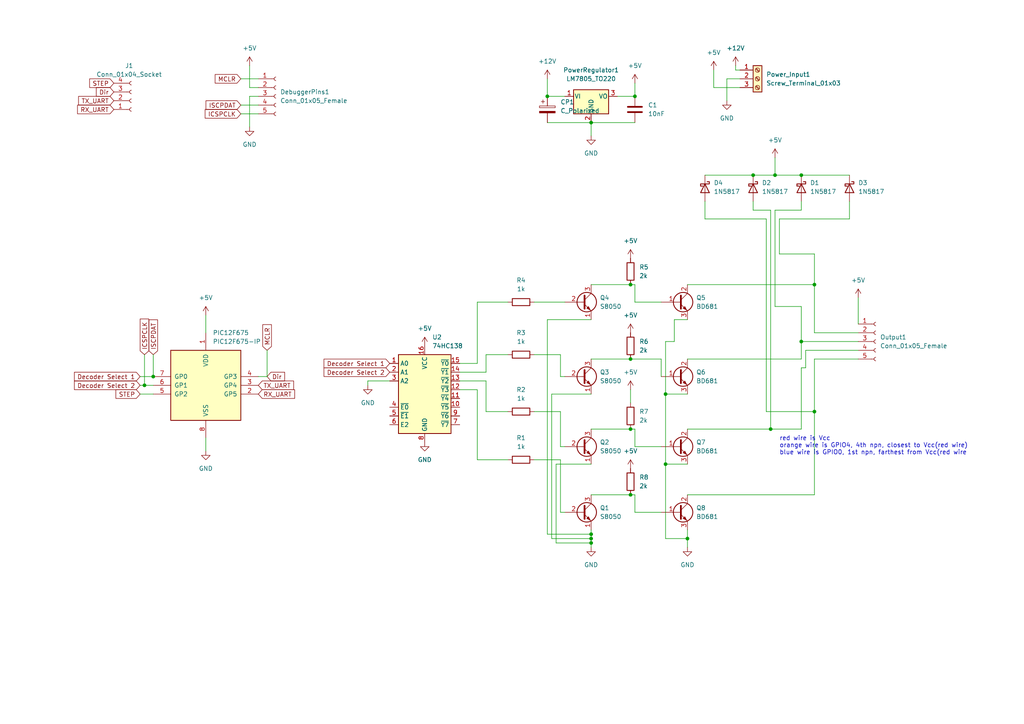
<source format=kicad_sch>
(kicad_sch (version 20230121) (generator eeschema)
  (paper "A4")
  (lib_symbols
    (symbol "74xx:74HC138"
      (property "Reference" "U" (at -7.62 13.97 0))
      (property "Value" "74HC138" (at 2.54 -11.43 0))
      (symbol "74HC138_0_1"
        (rectangle (start -7.62 12.7) (end 7.62 -10.16) (stroke (width 0.254)) (fill (type background)))
      )
      (symbol "74HC138_1_1"
        (pin input line (at -10.16 10.16 0) (length 2.54) (name "A0") (number "1"))
        (pin output line (at 10.16 -2.54 180) (length 2.54) (name "~{Y5}") (number "10"))
        (pin output line (at 10.16 0 180) (length 2.54) (name "~{Y4}") (number "11"))
        (pin output line (at 10.16 2.54 180) (length 2.54) (name "~{Y3}") (number "12"))
        (pin output line (at 10.16 5.08 180) (length 2.54) (name "~{Y2}") (number "13"))
        (pin output line (at 10.16 7.62 180) (length 2.54) (name "~{Y1}") (number "14"))
        (pin output line (at 10.16 10.16 180) (length 2.54) (name "~{Y0}") (number "15"))
        (pin power_in line (at 0 15.24 270) (length 2.54) (name "VCC") (number "16"))
        (pin input line (at -10.16 7.62 0) (length 2.54) (name "A1") (number "2"))
        (pin input line (at -10.16 5.08 0) (length 2.54) (name "A2") (number "3"))
        (pin input line (at -10.16 -2.54 0) (length 2.54) (name "~{E0}") (number "4"))
        (pin input line (at -10.16 -5.08 0) (length 2.54) (name "~{E1}") (number "5"))
        (pin input line (at -10.16 -7.62 0) (length 2.54) (name "E2") (number "6"))
        (pin output line (at 10.16 -7.62 180) (length 2.54) (name "~{Y7}") (number "7"))
        (pin power_in line (at 0 -12.7 90) (length 2.54) (name "GND") (number "8"))
        (pin output line (at 10.16 -5.08 180) (length 2.54) (name "~{Y6}") (number "9"))
      )
    )
    (symbol "Connector:Conn_01x04_Socket" (pin_names (offset 1.016) hide)
      (property "Reference" "J" (at 0 5.08 0))
      (property "Value" "Conn_01x04_Socket" (at 0 -7.62 0))
      (symbol "Conn_01x04_Socket_1_1"
        (arc (start 0 -4.572) (mid -0.5058 -5.08) (end 0 -5.588) (stroke (width 0.1524)))
        (arc (start 0 -2.032) (mid -0.5058 -2.54) (end 0 -3.048) (stroke (width 0.1524)))
        (polyline (pts (xy -1.27 -5.08) (xy -0.508 -5.08)) (stroke (width 0.1524)))
        (polyline (pts (xy -1.27 -2.54) (xy -0.508 -2.54)) (stroke (width 0.1524)))
        (polyline (pts (xy -1.27 0) (xy -0.508 0)) (stroke (width 0.1524)))
        (polyline (pts (xy -1.27 2.54) (xy -0.508 2.54)) (stroke (width 0.1524)))
        (arc (start 0 0.508) (mid -0.5058 0) (end 0 -0.508) (stroke (width 0.1524)))
        (arc (start 0 3.048) (mid -0.5058 2.54) (end 0 2.032) (stroke (width 0.1524)))
        (pin passive line (at -5.08 2.54 0) (length 3.81) (name "Pin_1") (number "1"))
        (pin passive line (at -5.08 0 0) (length 3.81) (name "Pin_2") (number "2"))
        (pin passive line (at -5.08 -2.54 0) (length 3.81) (name "Pin_3") (number "3"))
        (pin passive line (at -5.08 -5.08 0) (length 3.81) (name "Pin_4") (number "4"))
      )
    )
    (symbol "Connector:Conn_01x05_Female" (pin_names (offset 1.016) hide)
      (property "Reference" "J" (at 0 7.62 0))
      (property "Value" "Conn_01x05_Female" (at 0 -7.62 0))
      (symbol "Conn_01x05_Female_1_1"
        (arc (start 0 -4.572) (mid -0.5058 -5.08) (end 0 -5.588) (stroke (width 0.1524)))
        (arc (start 0 -2.032) (mid -0.5058 -2.54) (end 0 -3.048) (stroke (width 0.1524)))
        (polyline (pts (xy -1.27 -5.08) (xy -0.508 -5.08)) (stroke (width 0.1524)))
        (polyline (pts (xy -1.27 -2.54) (xy -0.508 -2.54)) (stroke (width 0.1524)))
        (polyline (pts (xy -1.27 0) (xy -0.508 0)) (stroke (width 0.1524)))
        (polyline (pts (xy -1.27 2.54) (xy -0.508 2.54)) (stroke (width 0.1524)))
        (polyline (pts (xy -1.27 5.08) (xy -0.508 5.08)) (stroke (width 0.1524)))
        (arc (start 0 0.508) (mid -0.5058 0) (end 0 -0.508) (stroke (width 0.1524)))
        (arc (start 0 3.048) (mid -0.5058 2.54) (end 0 2.032) (stroke (width 0.1524)))
        (arc (start 0 5.588) (mid -0.5058 5.08) (end 0 4.572) (stroke (width 0.1524)))
        (pin passive line (at -5.08 5.08 0) (length 3.81) (name "Pin_1") (number "1"))
        (pin passive line (at -5.08 2.54 0) (length 3.81) (name "Pin_2") (number "2"))
        (pin passive line (at -5.08 0 0) (length 3.81) (name "Pin_3") (number "3"))
        (pin passive line (at -5.08 -2.54 0) (length 3.81) (name "Pin_4") (number "4"))
        (pin passive line (at -5.08 -5.08 0) (length 3.81) (name "Pin_5") (number "5"))
      )
    )
    (symbol "Connector:Screw_Terminal_01x03" (pin_names (offset 1.016) hide)
      (property "Reference" "J" (at 0 5.08 0))
      (property "Value" "Screw_Terminal_01x03" (at 0 -5.08 0))
      (symbol "Screw_Terminal_01x03_1_1"
        (rectangle (start -1.27 3.81) (end 1.27 -3.81) (stroke (width 0.254)) (fill (type background)))
        (circle (center 0 -2.54) (radius 0.635) (stroke (width 0.1524)))
        (polyline (pts (xy -0.5334 -2.2098) (xy 0.3302 -3.048)) (stroke (width 0.1524)))
        (polyline (pts (xy -0.5334 0.3302) (xy 0.3302 -0.508)) (stroke (width 0.1524)))
        (polyline (pts (xy -0.5334 2.8702) (xy 0.3302 2.032)) (stroke (width 0.1524)))
        (polyline (pts (xy -0.3556 -2.032) (xy 0.508 -2.8702)) (stroke (width 0.1524)))
        (polyline (pts (xy -0.3556 0.508) (xy 0.508 -0.3302)) (stroke (width 0.1524)))
        (polyline (pts (xy -0.3556 3.048) (xy 0.508 2.2098)) (stroke (width 0.1524)))
        (circle (center 0 0) (radius 0.635) (stroke (width 0.1524)))
        (circle (center 0 2.54) (radius 0.635) (stroke (width 0.1524)))
        (pin passive line (at -5.08 2.54 0) (length 3.81) (name "Pin_1") (number "1"))
        (pin passive line (at -5.08 0 0) (length 3.81) (name "Pin_2") (number "2"))
        (pin passive line (at -5.08 -2.54 0) (length 3.81) (name "Pin_3") (number "3"))
      )
    )
    (symbol "Device:C" (pin_numbers hide) (pin_names (offset 0.254))
      (property "Reference" "C" (at 0.635 2.54 0))
      (property "Value" "C" (at 0.635 -2.54 0))
      (symbol "C_0_1"
        (polyline (pts (xy -2.032 -0.762) (xy 2.032 -0.762)) (stroke (width 0.508)))
        (polyline (pts (xy -2.032 0.762) (xy 2.032 0.762)) (stroke (width 0.508)))
      )
      (symbol "C_1_1"
        (pin passive line (at 0 3.81 270) (length 2.794) (name "~") (number "1"))
        (pin passive line (at 0 -3.81 90) (length 2.794) (name "~") (number "2"))
      )
    )
    (symbol "Device:C_Polarized" (pin_numbers hide) (pin_names (offset 0.254))
      (property "Reference" "C" (at 0.635 2.54 0))
      (property "Value" "C_Polarized" (at 0.635 -2.54 0))
      (symbol "C_Polarized_0_1"
        (rectangle (start -2.286 0.508) (end 2.286 1.016))
        (polyline (pts (xy -1.778 2.286) (xy -0.762 2.286)))
        (polyline (pts (xy -1.27 2.794) (xy -1.27 1.778)))
        (rectangle (start 2.286 -0.508) (end -2.286 -1.016) (fill (type outline)))
      )
      (symbol "C_Polarized_1_1"
        (pin passive line (at 0 3.81 270) (length 2.794) (name "~") (number "1"))
        (pin passive line (at 0 -3.81 90) (length 2.794) (name "~") (number "2"))
      )
    )
    (symbol "Device:Q_NPN_BCE" (pin_names (offset 0) hide)
      (property "Reference" "Q" (at 5.08 1.27 0))
      (property "Value" "Q_NPN_BCE" (at 5.08 -1.27 0))
      (symbol "Q_NPN_BCE_0_1"
        (polyline (pts (xy 0.635 0.635) (xy 2.54 2.54)))
        (polyline (pts (xy 0.635 -0.635) (xy 2.54 -2.54) (xy 2.54 -2.54)))
        (polyline (pts (xy 0.635 1.905) (xy 0.635 -1.905) (xy 0.635 -1.905)) (stroke (width 0.508)))
        (polyline (pts (xy 1.27 -1.778) (xy 1.778 -1.27) (xy 2.286 -2.286) (xy 1.27 -1.778) (xy 1.27 -1.778)) (fill (type outline)))
        (circle (center 1.27 0) (radius 2.8194) (stroke (width 0.254)))
      )
      (symbol "Q_NPN_BCE_1_1"
        (pin input line (at -5.08 0 0) (length 5.715) (name "B") (number "1"))
        (pin passive line (at 2.54 5.08 270) (length 2.54) (name "C") (number "2"))
        (pin passive line (at 2.54 -5.08 90) (length 2.54) (name "E") (number "3"))
      )
    )
    (symbol "Device:R" (pin_numbers hide) (pin_names (offset 0))
      (property "Reference" "R" (at 2.032 0 90))
      (property "Value" "R" (at 0 0 90))
      (symbol "R_0_1"
        (rectangle (start -1.016 -2.54) (end 1.016 2.54) (stroke (width 0.254)))
      )
      (symbol "R_1_1"
        (pin passive line (at 0 3.81 270) (length 1.27) (name "~") (number "1"))
        (pin passive line (at 0 -3.81 90) (length 1.27) (name "~") (number "2"))
      )
    )
    (symbol "Diode:1N5817" (pin_numbers hide) (pin_names (offset 1.016) hide)
      (property "Reference" "D" (at 0 2.54 0))
      (property "Value" "1N5817" (at 0 -2.54 0))
      (symbol "1N5817_0_1"
        (polyline (pts (xy 1.27 0) (xy -1.27 0)))
        (polyline (pts (xy 1.27 1.27) (xy 1.27 -1.27) (xy -1.27 0) (xy 1.27 1.27)) (stroke (width 0.254)))
        (polyline (pts (xy -1.905 0.635) (xy -1.905 1.27) (xy -1.27 1.27) (xy -1.27 -1.27) (xy -0.635 -1.27) (xy -0.635 -0.635)) (stroke (width 0.254)))
      )
      (symbol "1N5817_1_1"
        (pin passive line (at -3.81 0 0) (length 2.54) (name "K") (number "1"))
        (pin passive line (at 3.81 0 180) (length 2.54) (name "A") (number "2"))
      )
    )
    (symbol "MCU_Microchip_PIC12:PIC12F675-IP" (pin_names (offset 1.016))
      (property "Reference" "U" (at 1.27 13.97 0))
      (property "Value" "PIC12F675-IP" (at 1.27 11.43 0))
      (symbol "PIC12F675-IP_0_1"
        (rectangle (start 10.16 -10.16) (end -10.16 10.16) (stroke (width 0.254)) (fill (type background)))
      )
      (symbol "PIC12F675-IP_1_1"
        (pin power_in line (at 0 15.24 270) (length 5.08) (name "VDD") (number "1"))
        (pin bidirectional line (at 15.24 -2.54 180) (length 5.08) (name "GP5") (number "2"))
        (pin bidirectional line (at 15.24 0 180) (length 5.08) (name "GP4") (number "3"))
        (pin input line (at 15.24 2.54 180) (length 5.08) (name "GP3") (number "4"))
        (pin bidirectional line (at -15.24 -2.54 0) (length 5.08) (name "GP2") (number "5"))
        (pin bidirectional line (at -15.24 0 0) (length 5.08) (name "GP1") (number "6"))
        (pin bidirectional line (at -15.24 2.54 0) (length 5.08) (name "GP0") (number "7"))
        (pin power_in line (at 0 -15.24 90) (length 5.08) (name "VSS") (number "8"))
      )
    )
    (symbol "Regulator_Linear:LM7805_TO220" (pin_names (offset 0.254))
      (property "Reference" "U" (at -3.81 3.175 0))
      (property "Value" "LM7805_TO220" (at 0 3.175 0))
      (symbol "LM7805_TO220_0_1"
        (rectangle (start -5.08 1.905) (end 5.08 -5.08) (stroke (width 0.254)) (fill (type background)))
      )
      (symbol "LM7805_TO220_1_1"
        (pin power_in line (at -7.62 0 0) (length 2.54) (name "VI") (number "1"))
        (pin power_in line (at 0 -7.62 90) (length 2.54) (name "GND") (number "2"))
        (pin power_out line (at 7.62 0 180) (length 2.54) (name "VO") (number "3"))
      )
    )
    (symbol "Transistor_BJT:S8050" (pin_names (offset 0) hide)
      (property "Reference" "Q" (at 5.08 1.905 0))
      (property "Value" "S8050" (at 5.08 0 0))
      (symbol "S8050_0_1"
        (polyline (pts (xy 0 0) (xy 0.635 0)))
        (polyline (pts (xy 0.635 0.635) (xy 2.54 2.54)))
        (polyline (pts (xy 0.635 -0.635) (xy 2.54 -2.54) (xy 2.54 -2.54)))
        (polyline (pts (xy 0.635 1.905) (xy 0.635 -1.905) (xy 0.635 -1.905)) (stroke (width 0.508)))
        (polyline (pts (xy 1.27 -1.778) (xy 1.778 -1.27) (xy 2.286 -2.286) (xy 1.27 -1.778) (xy 1.27 -1.778)) (fill (type outline)))
        (circle (center 1.27 0) (radius 2.8194) (stroke (width 0.254)))
      )
      (symbol "S8050_1_1"
        (pin passive line (at 2.54 -5.08 90) (length 2.54) (name "E") (number "1"))
        (pin input line (at -5.08 0 0) (length 5.08) (name "B") (number "2"))
        (pin passive line (at 2.54 5.08 270) (length 2.54) (name "C") (number "3"))
      )
    )
    (symbol "power:+12V" (power) (pin_names (offset 0))
      (property "Value" "+12V" (at 0 3.556 0))
      (symbol "+12V_0_1"
        (polyline (pts (xy -0.762 1.27) (xy 0 2.54)))
        (polyline (pts (xy 0 0) (xy 0 2.54)))
        (polyline (pts (xy 0 2.54) (xy 0.762 1.27)))
      )
      (symbol "+12V_1_1"
        (pin power_in line (at 0 0 90) (length 0) hide (name "+12V") (number "1"))
      )
    )
    (symbol "power:+5V" (power) (pin_names (offset 0))
      (property "Value" "+5V" (at 0 3.556 0))
      (symbol "+5V_0_1"
        (polyline (pts (xy -0.762 1.27) (xy 0 2.54)))
        (polyline (pts (xy 0 0) (xy 0 2.54)))
        (polyline (pts (xy 0 2.54) (xy 0.762 1.27)))
      )
      (symbol "+5V_1_1"
        (pin power_in line (at 0 0 90) (length 0) hide (name "+5V") (number "1"))
      )
    )
    (symbol "power:GND" (power) (pin_names (offset 0))
      (property "Value" "GND" (at 0 -3.81 0))
      (symbol "GND_0_1"
        (polyline (pts (xy 0 0) (xy 0 -1.27) (xy 1.27 -1.27) (xy 0 -2.54) (xy -1.27 -1.27) (xy 0 -1.27)))
      )
      (symbol "GND_1_1"
        (pin power_in line (at 0 0 270) (length 0) hide (name "GND") (number "1"))
      )
    )
  )
  (junction (at 184.15 27.94))
  (junction (at 171.45 35.56))
  (junction (at 171.45 154.94))
  (junction (at 193.04 134.62))
  (junction (at 232.41 99.06))
  (junction (at 224.79 50.8))
  (junction (at 171.45 157.48))
  (junction (at 158.75 27.94))
  (junction (at 232.41 50.8))
  (junction (at 236.22 82.55))
  (junction (at 199.39 156.21))
  (junction (at 218.44 50.8))
  (junction (at 182.88 82.55))
  (junction (at 41.91 111.76))
  (junction (at 223.52 124.46))
  (junction (at 193.04 114.3))
  (junction (at 44.45 109.22))
  (junction (at 182.88 143.51))
  (junction (at 182.88 104.14))
  (junction (at 171.45 156.21))
  (junction (at 236.22 119.38))
  (junction (at 182.88 124.46))
  (wire (pts (xy 140.97 102.87) (xy 140.97 107.95)))
  (wire (pts (xy 138.43 113.03) (xy 138.43 133.35)))
  (wire (pts (xy 236.22 119.38) (xy 236.22 143.51)))
  (wire (pts (xy 72.39 36.83) (xy 72.39 27.94)))
  (wire (pts (xy 44.45 102.87) (xy 44.45 109.22)))
  (wire (pts (xy 40.64 111.76) (xy 41.91 111.76)))
  (wire (pts (xy 193.04 114.3) (xy 193.04 134.62)))
  (wire (pts (xy 213.36 19.05) (xy 213.36 20.32)))
  (wire (pts (xy 210.82 22.86) (xy 214.63 22.86)))
  (wire (pts (xy 158.75 27.94) (xy 163.83 27.94)))
  (wire (pts (xy 199.39 124.46) (xy 223.52 124.46)))
  (wire (pts (xy 224.79 88.9) (xy 232.41 88.9)))
  (wire (pts (xy 193.04 156.21) (xy 199.39 156.21)))
  (wire (pts (xy 232.41 99.06) (xy 232.41 88.9)))
  (wire (pts (xy 246.38 58.42) (xy 246.38 63.5)))
  (wire (pts (xy 106.68 111.76) (xy 106.68 110.49)))
  (wire (pts (xy 40.64 109.22) (xy 44.45 109.22)))
  (wire (pts (xy 182.88 82.55) (xy 171.45 82.55)))
  (wire (pts (xy 72.39 27.94) (xy 74.93 27.94)))
  (wire (pts (xy 236.22 82.55) (xy 236.22 96.52)))
  (wire (pts (xy 204.47 50.8) (xy 218.44 50.8)))
  (wire (pts (xy 161.29 134.62) (xy 161.29 157.48)))
  (wire (pts (xy 162.56 119.38) (xy 154.94 119.38)))
  (wire (pts (xy 236.22 96.52) (xy 248.92 96.52)))
  (wire (pts (xy 158.75 92.71) (xy 158.75 154.94)))
  (wire (pts (xy 207.01 20.32) (xy 207.01 25.4)))
  (wire (pts (xy 171.45 156.21) (xy 171.45 157.48)))
  (wire (pts (xy 162.56 109.22) (xy 163.83 109.22)))
  (wire (pts (xy 140.97 110.49) (xy 140.97 119.38)))
  (wire (pts (xy 182.88 124.46) (xy 184.15 124.46)))
  (wire (pts (xy 233.68 106.68) (xy 233.68 101.6)))
  (wire (pts (xy 171.45 92.71) (xy 158.75 92.71)))
  (wire (pts (xy 162.56 109.22) (xy 162.56 102.87)))
  (wire (pts (xy 232.41 58.42) (xy 232.41 60.96)))
  (wire (pts (xy 184.15 82.55) (xy 182.88 82.55)))
  (wire (pts (xy 171.45 134.62) (xy 161.29 134.62)))
  (wire (pts (xy 162.56 129.54) (xy 162.56 119.38)))
  (wire (pts (xy 184.15 148.59) (xy 191.77 148.59)))
  (wire (pts (xy 193.04 99.06) (xy 195.58 99.06)))
  (wire (pts (xy 59.69 91.44) (xy 59.69 96.52)))
  (wire (pts (xy 248.92 86.36) (xy 248.92 93.98)))
  (wire (pts (xy 191.77 104.14) (xy 191.77 109.22)))
  (wire (pts (xy 69.85 22.86) (xy 74.93 22.86)))
  (wire (pts (xy 184.15 27.94) (xy 179.07 27.94)))
  (wire (pts (xy 199.39 143.51) (xy 236.22 143.51)))
  (wire (pts (xy 133.35 110.49) (xy 140.97 110.49)))
  (wire (pts (xy 171.45 35.56) (xy 171.45 39.37)))
  (wire (pts (xy 236.22 73.66) (xy 236.22 82.55)))
  (wire (pts (xy 232.41 60.96) (xy 224.79 60.96)))
  (wire (pts (xy 106.68 110.49) (xy 113.03 110.49)))
  (wire (pts (xy 184.15 143.51) (xy 184.15 148.59)))
  (wire (pts (xy 171.45 114.3) (xy 160.02 114.3)))
  (wire (pts (xy 222.25 119.38) (xy 236.22 119.38)))
  (wire (pts (xy 193.04 134.62) (xy 193.04 156.21)))
  (wire (pts (xy 41.91 102.87) (xy 41.91 111.76)))
  (wire (pts (xy 232.41 124.46) (xy 232.41 106.68)))
  (wire (pts (xy 162.56 129.54) (xy 163.83 129.54)))
  (wire (pts (xy 195.58 92.71) (xy 199.39 92.71)))
  (wire (pts (xy 184.15 129.54) (xy 191.77 129.54)))
  (wire (pts (xy 161.29 157.48) (xy 171.45 157.48)))
  (wire (pts (xy 226.06 73.66) (xy 236.22 73.66)))
  (wire (pts (xy 147.32 102.87) (xy 140.97 102.87)))
  (wire (pts (xy 204.47 58.42) (xy 204.47 63.5)))
  (wire (pts (xy 195.58 99.06) (xy 195.58 92.71)))
  (wire (pts (xy 41.91 111.76) (xy 44.45 111.76)))
  (wire (pts (xy 138.43 105.41) (xy 138.43 87.63)))
  (wire (pts (xy 210.82 22.86) (xy 210.82 29.21)))
  (wire (pts (xy 218.44 60.96) (xy 223.52 60.96)))
  (wire (pts (xy 233.68 101.6) (xy 248.92 101.6)))
  (wire (pts (xy 218.44 50.8) (xy 224.79 50.8)))
  (wire (pts (xy 226.06 63.5) (xy 226.06 73.66)))
  (wire (pts (xy 171.45 143.51) (xy 182.88 143.51)))
  (wire (pts (xy 77.47 101.6) (xy 77.47 109.22)))
  (wire (pts (xy 224.79 45.72) (xy 224.79 50.8)))
  (wire (pts (xy 160.02 156.21) (xy 171.45 156.21)))
  (wire (pts (xy 138.43 133.35) (xy 147.32 133.35)))
  (wire (pts (xy 213.36 20.32) (xy 214.63 20.32)))
  (wire (pts (xy 154.94 87.63) (xy 163.83 87.63)))
  (wire (pts (xy 69.85 33.02) (xy 74.93 33.02)))
  (wire (pts (xy 171.45 104.14) (xy 182.88 104.14)))
  (wire (pts (xy 193.04 114.3) (xy 193.04 99.06)))
  (wire (pts (xy 72.39 19.05) (xy 72.39 25.4)))
  (wire (pts (xy 138.43 87.63) (xy 147.32 87.63)))
  (wire (pts (xy 184.15 24.13) (xy 184.15 27.94)))
  (wire (pts (xy 199.39 153.67) (xy 199.39 156.21)))
  (wire (pts (xy 204.47 63.5) (xy 222.25 63.5)))
  (wire (pts (xy 182.88 104.14) (xy 191.77 104.14)))
  (wire (pts (xy 133.35 113.03) (xy 138.43 113.03)))
  (wire (pts (xy 171.45 154.94) (xy 171.45 156.21)))
  (wire (pts (xy 207.01 25.4) (xy 214.63 25.4)))
  (wire (pts (xy 218.44 58.42) (xy 218.44 60.96)))
  (wire (pts (xy 184.15 87.63) (xy 191.77 87.63)))
  (wire (pts (xy 158.75 154.94) (xy 171.45 154.94)))
  (wire (pts (xy 236.22 104.14) (xy 236.22 119.38)))
  (wire (pts (xy 199.39 82.55) (xy 236.22 82.55)))
  (wire (pts (xy 162.56 148.59) (xy 163.83 148.59)))
  (wire (pts (xy 224.79 60.96) (xy 224.79 88.9)))
  (wire (pts (xy 223.52 60.96) (xy 223.52 124.46)))
  (wire (pts (xy 232.41 99.06) (xy 248.92 99.06)))
  (wire (pts (xy 140.97 119.38) (xy 147.32 119.38)))
  (wire (pts (xy 199.39 104.14) (xy 232.41 104.14)))
  (wire (pts (xy 72.39 25.4) (xy 74.93 25.4)))
  (wire (pts (xy 222.25 63.5) (xy 222.25 119.38)))
  (wire (pts (xy 162.56 102.87) (xy 154.94 102.87)))
  (wire (pts (xy 40.64 114.3) (xy 44.45 114.3)))
  (wire (pts (xy 171.45 153.67) (xy 171.45 154.94)))
  (wire (pts (xy 184.15 87.63) (xy 184.15 82.55)))
  (wire (pts (xy 193.04 114.3) (xy 199.39 114.3)))
  (wire (pts (xy 158.75 35.56) (xy 171.45 35.56)))
  (wire (pts (xy 158.75 22.86) (xy 158.75 27.94)))
  (wire (pts (xy 140.97 107.95) (xy 133.35 107.95)))
  (wire (pts (xy 223.52 124.46) (xy 232.41 124.46)))
  (wire (pts (xy 232.41 106.68) (xy 233.68 106.68)))
  (wire (pts (xy 199.39 134.62) (xy 193.04 134.62)))
  (wire (pts (xy 199.39 156.21) (xy 199.39 158.75)))
  (wire (pts (xy 171.45 157.48) (xy 171.45 158.75)))
  (wire (pts (xy 232.41 104.14) (xy 232.41 99.06)))
  (wire (pts (xy 162.56 148.59) (xy 162.56 133.35)))
  (wire (pts (xy 162.56 133.35) (xy 154.94 133.35)))
  (wire (pts (xy 59.69 127) (xy 59.69 130.81)))
  (wire (pts (xy 171.45 124.46) (xy 182.88 124.46)))
  (wire (pts (xy 184.15 124.46) (xy 184.15 129.54)))
  (wire (pts (xy 182.88 116.84) (xy 182.88 113.03)))
  (wire (pts (xy 182.88 143.51) (xy 184.15 143.51)))
  (wire (pts (xy 69.85 30.48) (xy 74.93 30.48)))
  (wire (pts (xy 226.06 63.5) (xy 246.38 63.5)))
  (wire (pts (xy 171.45 35.56) (xy 184.15 35.56)))
  (wire (pts (xy 232.41 50.8) (xy 246.38 50.8)))
  (wire (pts (xy 133.35 105.41) (xy 138.43 105.41)))
  (wire (pts (xy 224.79 50.8) (xy 232.41 50.8)))
  (wire (pts (xy 236.22 104.14) (xy 248.92 104.14)))
  (wire (pts (xy 74.93 109.22) (xy 77.47 109.22)))
  (wire (pts (xy 160.02 114.3) (xy 160.02 156.21)))
  (text "red wire is Vcc\norange wire is GPIO4, 4th npn, closest to Vcc(red wire)\nblue wire is GPIO0, 1st npn, farthest from Vcc(red wire" (at 226.06 132.08 0) (effects (font (size 1.27 1.27)) (justify left bottom)))
  (global_label "RX_UART" (shape input) (at 74.93 114.3 0) (property "Intersheetrefs" "${INTERSHEET_REFS}" (effects hide)))
  (global_label "Dir" (shape input) (at 77.47 109.22 0) (property "Intersheetrefs" "${INTERSHEET_REFS}" (effects hide)))
  (global_label "Decoder Select 1" (shape input) (at 113.03 105.41 180) (property "Intersheetrefs" "${INTERSHEET_REFS}" (effects hide)))
  (global_label "Decoder Select 2" (shape input) (at 113.03 107.95 180) (property "Intersheetrefs" "${INTERSHEET_REFS}" (effects hide)))
  (global_label "TX_UART" (shape input) (at 74.93 111.76 0) (property "Intersheetrefs" "${INTERSHEET_REFS}" (effects hide)))
  (global_label "MCLR" (shape input) (at 69.85 22.86 180) (property "Intersheetrefs" "${INTERSHEET_REFS}" (effects hide)))
  (global_label "TX_UART" (shape input) (at 33.02 29.21 180) (property "Intersheetrefs" "${INTERSHEET_REFS}" (effects hide)))
  (global_label "STEP" (shape input) (at 33.02 24.13 180) (property "Intersheetrefs" "${INTERSHEET_REFS}" (effects hide)))
  (global_label "STEP" (shape input) (at 40.64 114.3 180) (property "Intersheetrefs" "${INTERSHEET_REFS}" (effects hide)))
  (global_label "ISCPDAT" (shape input) (at 44.45 102.87 90) (property "Intersheetrefs" "${INTERSHEET_REFS}" (effects hide)))
  (global_label "ICSPCLK" (shape input) (at 41.91 102.87 90) (property "Intersheetrefs" "${INTERSHEET_REFS}" (effects hide)))
  (global_label "Decoder Select 1" (shape input) (at 40.64 109.22 180) (property "Intersheetrefs" "${INTERSHEET_REFS}" (effects hide)))
  (global_label "Decoder Select 2" (shape input) (at 40.64 111.76 180) (property "Intersheetrefs" "${INTERSHEET_REFS}" (effects hide)))
  (global_label "MCLR" (shape input) (at 77.47 101.6 90) (property "Intersheetrefs" "${INTERSHEET_REFS}" (effects hide)))
  (global_label "ISCPDAT" (shape input) (at 69.85 30.48 180) (property "Intersheetrefs" "${INTERSHEET_REFS}" (effects hide)))
  (global_label "ICSPCLK" (shape input) (at 69.85 33.02 180) (property "Intersheetrefs" "${INTERSHEET_REFS}" (effects hide)))
  (global_label "Dir" (shape input) (at 33.02 26.67 180) (property "Intersheetrefs" "${INTERSHEET_REFS}" (effects hide)))
  (global_label "RX_UART" (shape input) (at 33.02 31.75 180) (property "Intersheetrefs" "${INTERSHEET_REFS}" (effects hide)))
  (symbol (lib_id "power:GND") (at 123.19 128.27 0) (unit 1)
    (property "Reference" "#PWR010" (effects hide))
    (property "Value" "GND" (at 123.19 133.35 0))
  )
  (symbol (lib_id "power:+12V") (at 213.36 19.05 0) (unit 1)
    (property "Reference" "#PWR07" (effects hide))
    (property "Value" "+12V" (at 213.36 13.97 0))
  )
  (symbol (lib_id "Connector:Conn_01x05_Female") (at 80.01 27.94 0) (unit 1)
    (property "Reference" "DebuggerPins1" (at 81.28 26.6699 0) (effects (justify left)))
    (property "Value" "Conn_01x05_Female" (at 81.28 29.2099 0) (effects (justify left)))
    (property "Footprint" "Connector_PinHeader_2.54mm:PinHeader_1x05_P2.54mm_Vertical" (effects hide))
  )
  (symbol (lib_id "74xx:74HC138") (at 123.19 115.57 0) (unit 1)
    (property "Reference" "U2" (at 125.3841 97.79 0) (effects (justify left)))
    (property "Value" "74HC138" (at 125.3841 100.33 0) (effects (justify left)))
    (property "Footprint" "Package_DIP:DIP-16_W7.62mm_LongPads" (effects hide))
    (property "Datasheet" "http://www.ti.com/lit/ds/symlink/cd74hc238.pdf" (effects hide))
  )
  (symbol (lib_id "Device:Q_NPN_BCE") (at 196.85 87.63 0) (unit 1)
    (property "Reference" "Q5" (at 201.93 86.36 0) (effects (justify left)))
    (property "Value" "BD681" (at 201.93 88.9 0) (effects (justify left)))
    (property "Footprint" "Package_TO_SOT_THT:TO-126-3_Vertical" (effects hide))
  )
  (symbol (lib_id "power:+12V") (at 158.75 22.86 0) (unit 1)
    (property "Reference" "#PWR0107" (effects hide))
    (property "Value" "+12V" (at 158.75 17.78 0))
  )
  (symbol (lib_id "Regulator_Linear:LM7805_TO220") (at 171.45 27.94 0) (unit 1)
    (property "Reference" "PowerRegulator1" (at 171.45 20.32 0))
    (property "Value" "LM7805_TO220" (at 171.45 22.86 0))
    (property "Footprint" "Package_TO_SOT_THT:TO-220-3_Vertical" (effects hide))
    (property "Datasheet" "https://www.onsemi.cn/PowerSolutions/document/MC7800-D.PDF" (effects hide))
  )
  (symbol (lib_id "power:GND") (at 171.45 158.75 0) (unit 1)
    (property "Reference" "#PWR0101" (effects hide))
    (property "Value" "GND" (at 171.45 163.83 0))
  )
  (symbol (lib_id "Device:Q_NPN_BCE") (at 196.85 148.59 0) (unit 1)
    (property "Reference" "Q8" (at 201.93 147.32 0) (effects (justify left)))
    (property "Value" "BD681" (at 201.93 149.86 0) (effects (justify left)))
    (property "Footprint" "Package_TO_SOT_THT:TO-126-3_Vertical" (effects hide))
  )
  (symbol (lib_id "Device:R") (at 182.88 78.74 180) (unit 1)
    (property "Reference" "R5" (at 185.42 77.47 0) (effects (justify right)))
    (property "Value" "2k" (at 185.42 80.01 0) (effects (justify right)))
    (property "Footprint" "Resistor_THT:R_Axial_DIN0207_L6.3mm_D2.5mm_P10.16mm_Horizontal" (effects hide))
  )
  (symbol (lib_id "Diode:1N5817") (at 232.41 54.61 270) (unit 1)
    (property "Reference" "D1" (at 234.95 53.0225 90) (effects (justify left)))
    (property "Value" "1N5817" (at 234.95 55.5625 90) (effects (justify left)))
    (property "Footprint" "Diode_THT:D_DO-34_SOD68_P7.62mm_Horizontal" (effects hide))
    (property "Datasheet" "http://www.vishay.com/docs/88525/1n5817.pdf" (effects hide))
  )
  (symbol (lib_id "Device:R") (at 151.13 102.87 90) (unit 1)
    (property "Reference" "R3" (at 151.13 96.52 90))
    (property "Value" "1k" (at 151.13 99.06 90))
    (property "Footprint" "Resistor_THT:R_Axial_DIN0207_L6.3mm_D2.5mm_P7.62mm_Horizontal" (effects hide))
  )
  (symbol (lib_id "power:GND") (at 59.69 130.81 0) (unit 1)
    (property "Reference" "#PWR0102" (effects hide))
    (property "Value" "GND" (at 59.69 135.89 0))
  )
  (symbol (lib_id "power:+5V") (at 72.39 19.05 0) (unit 1)
    (property "Reference" "#PWR0114" (effects hide))
    (property "Value" "+5V" (at 72.39 13.97 0))
  )
  (symbol (lib_id "Transistor_BJT:S8050") (at 168.91 148.59 0) (unit 1)
    (property "Reference" "Q1" (at 173.99 147.3199 0) (effects (justify left)))
    (property "Value" "S8050" (at 173.99 149.8599 0) (effects (justify left)))
    (property "Footprint" "Package_TO_SOT_THT:TO-92_Inline" (effects hide))
    (property "Datasheet" "http://www.unisonic.com.tw/datasheet/S8050.pdf" (effects hide))
  )
  (symbol (lib_id "power:GND") (at 106.68 111.76 0) (unit 1)
    (property "Reference" "#PWR01" (effects hide))
    (property "Value" "GND" (at 106.68 116.84 0))
  )
  (symbol (lib_id "Transistor_BJT:S8050") (at 168.91 87.63 0) (unit 1)
    (property "Reference" "Q4" (at 173.99 86.3599 0) (effects (justify left)))
    (property "Value" "S8050" (at 173.99 88.8999 0) (effects (justify left)))
    (property "Footprint" "Package_TO_SOT_THT:TO-92_Inline" (effects hide))
    (property "Datasheet" "http://www.unisonic.com.tw/datasheet/S8050.pdf" (effects hide))
  )
  (symbol (lib_id "Device:R") (at 182.88 139.7 180) (unit 1)
    (property "Reference" "R8" (at 185.42 138.43 0) (effects (justify right)))
    (property "Value" "2k" (at 185.42 140.97 0) (effects (justify right)))
    (property "Footprint" "Resistor_THT:R_Axial_DIN0207_L6.3mm_D2.5mm_P10.16mm_Horizontal" (effects hide))
  )
  (symbol (lib_id "Device:R") (at 182.88 120.65 180) (unit 1)
    (property "Reference" "R7" (at 185.42 119.38 0) (effects (justify right)))
    (property "Value" "2k" (at 185.42 121.92 0) (effects (justify right)))
    (property "Footprint" "Resistor_THT:R_Axial_DIN0207_L6.3mm_D2.5mm_P10.16mm_Horizontal" (effects hide))
  )
  (symbol (lib_id "MCU_Microchip_PIC12:PIC12F675-IP") (at 59.69 111.76 0) (unit 1)
    (property "Reference" "PIC12F675" (at 61.7094 96.52 0) (effects (justify left)))
    (property "Value" "PIC12F675-IP" (at 61.7094 99.06 0) (effects (justify left)))
    (property "Footprint" "Package_DIP:DIP-8_W7.62mm" (effects hide))
    (property "Datasheet" "http://ww1.microchip.com/downloads/en/DeviceDoc/41190G.pdf" (effects hide))
  )
  (symbol (lib_id "power:GND") (at 199.39 158.75 0) (unit 1)
    (property "Reference" "#PWR02" (effects hide))
    (property "Value" "GND" (at 199.39 163.83 0))
  )
  (symbol (lib_id "Device:C") (at 184.15 31.75 180) (unit 1)
    (property "Reference" "C1" (at 187.96 30.4799 0) (effects (justify right)))
    (property "Value" "10nF" (at 187.96 33.0199 0) (effects (justify right)))
    (property "Footprint" "Capacitor_THT:C_Disc_D3.0mm_W2.0mm_P2.50mm" (effects hide))
  )
  (symbol (lib_id "Device:R") (at 151.13 87.63 90) (unit 1)
    (property "Reference" "R4" (at 151.13 81.28 90))
    (property "Value" "1k" (at 151.13 83.82 90))
    (property "Footprint" "Resistor_THT:R_Axial_DIN0207_L6.3mm_D2.5mm_P7.62mm_Horizontal" (effects hide))
  )
  (symbol (lib_id "Diode:1N5817") (at 204.47 54.61 270) (unit 1)
    (property "Reference" "D4" (at 207.01 53.0225 90) (effects (justify left)))
    (property "Value" "1N5817" (at 207.01 55.5625 90) (effects (justify left)))
    (property "Footprint" "Diode_THT:D_DO-34_SOD68_P7.62mm_Horizontal" (effects hide))
    (property "Datasheet" "http://www.vishay.com/docs/88525/1n5817.pdf" (effects hide))
  )
  (symbol (lib_id "Device:Q_NPN_BCE") (at 196.85 129.54 0) (unit 1)
    (property "Reference" "Q7" (at 201.93 128.27 0) (effects (justify left)))
    (property "Value" "BD681" (at 201.93 130.81 0) (effects (justify left)))
    (property "Footprint" "Package_TO_SOT_THT:TO-126-3_Vertical" (effects hide))
  )
  (symbol (lib_id "power:+5V") (at 182.88 74.93 0) (unit 1)
    (property "Reference" "#PWR03" (effects hide))
    (property "Value" "+5V" (at 182.88 69.85 0))
  )
  (symbol (lib_id "power:+5V") (at 248.92 86.36 0) (unit 1)
    (property "Reference" "#PWR0110" (effects hide))
    (property "Value" "+5V" (at 248.92 81.28 0))
  )
  (symbol (lib_id "power:+5V") (at 207.01 20.32 0) (unit 1)
    (property "Reference" "#PWR08" (effects hide))
    (property "Value" "+5V" (at 207.01 15.24 0))
  )
  (symbol (lib_id "power:+5V") (at 123.19 100.33 0) (unit 1)
    (property "Reference" "#PWR011" (effects hide))
    (property "Value" "+5V" (at 123.19 95.25 0))
  )
  (symbol (lib_id "Transistor_BJT:S8050") (at 168.91 109.22 0) (unit 1)
    (property "Reference" "Q3" (at 173.99 107.9499 0) (effects (justify left)))
    (property "Value" "S8050" (at 173.99 110.4899 0) (effects (justify left)))
    (property "Footprint" "Package_TO_SOT_THT:TO-92_Inline" (effects hide))
    (property "Datasheet" "http://www.unisonic.com.tw/datasheet/S8050.pdf" (effects hide))
  )
  (symbol (lib_id "Device:Q_NPN_BCE") (at 196.85 109.22 0) (unit 1)
    (property "Reference" "Q6" (at 201.93 107.95 0) (effects (justify left)))
    (property "Value" "BD681" (at 201.93 110.49 0) (effects (justify left)))
    (property "Footprint" "Package_TO_SOT_THT:TO-126-3_Vertical" (effects hide))
  )
  (symbol (lib_id "power:+5V") (at 182.88 113.03 0) (unit 1)
    (property "Reference" "#PWR05" (effects hide))
    (property "Value" "+5V" (at 182.88 107.95 0))
  )
  (symbol (lib_id "Diode:1N5817") (at 246.38 54.61 270) (unit 1)
    (property "Reference" "D3" (at 248.92 53.0225 90) (effects (justify left)))
    (property "Value" "1N5817" (at 248.92 55.5625 90) (effects (justify left)))
    (property "Footprint" "Diode_THT:D_DO-34_SOD68_P7.62mm_Horizontal" (effects hide))
    (property "Datasheet" "http://www.vishay.com/docs/88525/1n5817.pdf" (effects hide))
  )
  (symbol (lib_id "Device:R") (at 182.88 100.33 180) (unit 1)
    (property "Reference" "R6" (at 185.42 99.06 0) (effects (justify right)))
    (property "Value" "2k" (at 185.42 101.6 0) (effects (justify right)))
    (property "Footprint" "Resistor_THT:R_Axial_DIN0207_L6.3mm_D2.5mm_P10.16mm_Horizontal" (effects hide))
  )
  (symbol (lib_id "Transistor_BJT:S8050") (at 168.91 129.54 0) (unit 1)
    (property "Reference" "Q2" (at 173.99 128.2699 0) (effects (justify left)))
    (property "Value" "S8050" (at 173.99 130.8099 0) (effects (justify left)))
    (property "Footprint" "Package_TO_SOT_THT:TO-92_Inline" (effects hide))
    (property "Datasheet" "http://www.unisonic.com.tw/datasheet/S8050.pdf" (effects hide))
  )
  (symbol (lib_id "Device:C_Polarized") (at 158.75 31.75 0) (unit 1)
    (property "Reference" "CP1" (at 162.56 29.5909 0) (effects (justify left)))
    (property "Value" "C_Polarized" (at 162.56 32.1309 0) (effects (justify left)))
    (property "Footprint" "Capacitor_THT:CP_Radial_D5.0mm_P2.50mm" (effects hide))
  )
  (symbol (lib_id "Device:R") (at 151.13 119.38 90) (unit 1)
    (property "Reference" "R2" (at 151.13 113.03 90))
    (property "Value" "1k" (at 151.13 115.57 90))
    (property "Footprint" "Resistor_THT:R_Axial_DIN0207_L6.3mm_D2.5mm_P7.62mm_Horizontal" (effects hide))
  )
  (symbol (lib_id "Connector:Conn_01x04_Socket") (at 38.1 29.21 0) (mirror x) (unit 1)
    (property "Reference" "J1" (at 37.465 19.05 0))
    (property "Value" "Conn_01x04_Socket" (at 37.465 21.59 0))
    (property "Footprint" "Connector_PinSocket_2.54mm:PinSocket_1x04_P2.54mm_Vertical" (effects hide))
  )
  (symbol (lib_id "power:+5V") (at 182.88 96.52 0) (unit 1)
    (property "Reference" "#PWR04" (effects hide))
    (property "Value" "+5V" (at 182.88 91.44 0))
  )
  (symbol (lib_id "power:GND") (at 72.39 36.83 0) (unit 1)
    (property "Reference" "#PWR0115" (effects hide))
    (property "Value" "GND" (at 72.39 41.91 0))
  )
  (symbol (lib_id "Diode:1N5817") (at 218.44 54.61 270) (unit 1)
    (property "Reference" "D2" (at 220.98 53.0225 90) (effects (justify left)))
    (property "Value" "1N5817" (at 220.98 55.5625 90) (effects (justify left)))
    (property "Footprint" "Diode_THT:D_DO-34_SOD68_P7.62mm_Horizontal" (effects hide))
    (property "Datasheet" "http://www.vishay.com/docs/88525/1n5817.pdf" (effects hide))
  )
  (symbol (lib_id "power:GND") (at 210.82 29.21 0) (unit 1)
    (property "Reference" "#PWR09" (effects hide))
    (property "Value" "GND" (at 210.82 34.29 0))
  )
  (symbol (lib_id "power:+5V") (at 182.88 135.89 0) (unit 1)
    (property "Reference" "#PWR06" (effects hide))
    (property "Value" "+5V" (at 182.88 130.81 0))
  )
  (symbol (lib_id "power:+5V") (at 184.15 24.13 0) (unit 1)
    (property "Reference" "#PWR0112" (effects hide))
    (property "Value" "+5V" (at 184.15 19.05 0))
  )
  (symbol (lib_id "Device:R") (at 151.13 133.35 90) (unit 1)
    (property "Reference" "R1" (at 151.13 127 90))
    (property "Value" "1k" (at 151.13 129.54 90))
    (property "Footprint" "Resistor_THT:R_Axial_DIN0207_L6.3mm_D2.5mm_P7.62mm_Horizontal" (effects hide))
  )
  (symbol (lib_id "power:GND") (at 171.45 39.37 0) (unit 1)
    (property "Reference" "#PWR0113" (effects hide))
    (property "Value" "GND" (at 171.45 44.45 0))
  )
  (symbol (lib_id "power:+5V") (at 224.79 45.72 0) (unit 1)
    (property "Reference" "#PWR0109" (effects hide))
    (property "Value" "+5V" (at 224.79 40.64 0))
  )
  (symbol (lib_id "Connector:Screw_Terminal_01x03") (at 219.71 22.86 0) (unit 1)
    (property "Reference" "Power_Input1" (at 222.25 21.59 0) (effects (justify left)))
    (property "Value" "Screw_Terminal_01x03" (at 222.25 24.13 0) (effects (justify left)))
    (property "Footprint" "TerminalBlock:TerminalBlock_bornier-3_P5.08mm" (effects hide))
  )
  (symbol (lib_id "Connector:Conn_01x05_Female") (at 254 99.06 0) (unit 1)
    (property "Reference" "Output1" (at 255.27 97.7899 0) (effects (justify left)))
    (property "Value" "Conn_01x05_Female" (at 255.27 100.3299 0) (effects (justify left)))
    (property "Footprint" "Connector_PinHeader_2.54mm:PinHeader_1x05_P2.54mm_Vertical" (effects hide))
  )
  (symbol (lib_id "power:+5V") (at 59.69 91.44 0) (unit 1)
    (property "Reference" "#PWR0103" (effects hide))
    (property "Value" "+5V" (at 59.69 86.36 0))
  )
)
</source>
